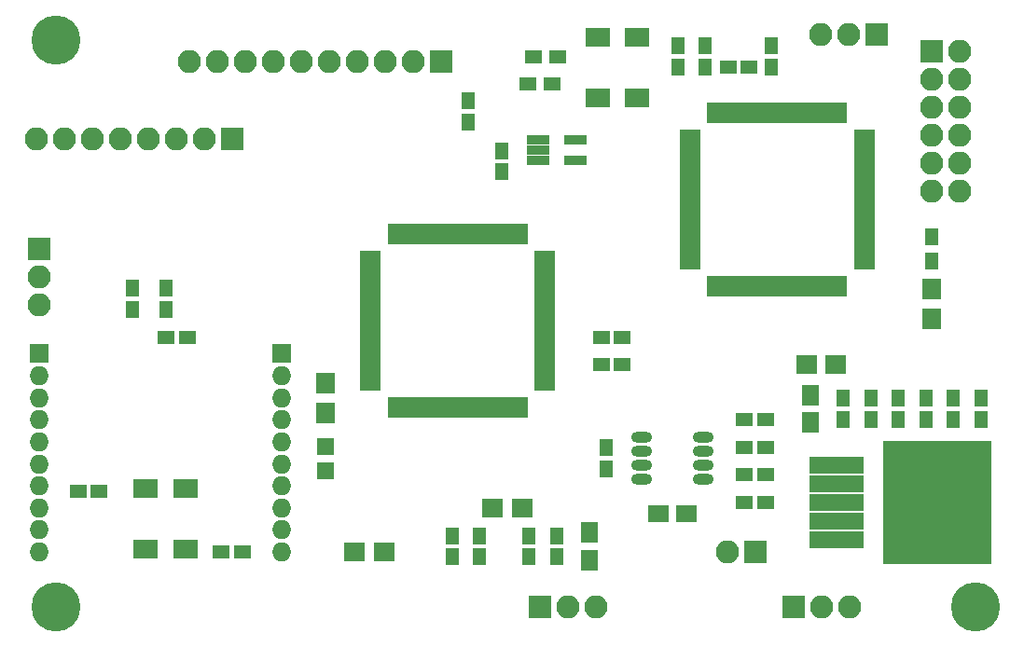
<source format=gbr>
G04 #@! TF.FileFunction,Soldermask,Top*
%FSLAX46Y46*%
G04 Gerber Fmt 4.6, Leading zero omitted, Abs format (unit mm)*
G04 Created by KiCad (PCBNEW 4.0.5) date 04/17/17 10:09:57*
%MOMM*%
%LPD*%
G01*
G04 APERTURE LIST*
%ADD10C,0.100000*%
%ADD11C,4.464000*%
%ADD12R,1.900000X0.680000*%
%ADD13R,0.680000X1.900000*%
%ADD14R,1.150000X1.600000*%
%ADD15R,1.650000X1.900000*%
%ADD16R,1.900000X1.650000*%
%ADD17R,1.600000X1.150000*%
%ADD18R,1.750000X1.750000*%
%ADD19O,1.750000X1.750000*%
%ADD20R,2.100000X2.100000*%
%ADD21O,2.100000X2.100000*%
%ADD22R,1.900000X1.700000*%
%ADD23R,1.600000X1.300000*%
%ADD24R,1.700000X1.900000*%
%ADD25R,1.300000X1.600000*%
%ADD26O,1.873200X1.009600*%
%ADD27R,5.000000X1.500000*%
%ADD28R,9.800000X11.200000*%
%ADD29R,2.299920X1.700480*%
%ADD30R,2.100000X0.850000*%
%ADD31R,1.600000X1.600000*%
G04 APERTURE END LIST*
D10*
D11*
X205000000Y-143500000D03*
X121500000Y-143500000D03*
X121500000Y-92000000D03*
D12*
X150100000Y-111500000D03*
X150100000Y-112000000D03*
X150100000Y-112500000D03*
X150100000Y-113000000D03*
X150100000Y-113500000D03*
X150100000Y-114000000D03*
X150100000Y-114500000D03*
X150100000Y-115000000D03*
X150100000Y-115500000D03*
X150100000Y-116000000D03*
X150100000Y-116500000D03*
X150100000Y-117000000D03*
X150100000Y-117500000D03*
X150100000Y-118000000D03*
X150100000Y-118500000D03*
X150100000Y-119000000D03*
X150100000Y-119500000D03*
X150100000Y-120000000D03*
X150100000Y-120500000D03*
X150100000Y-121000000D03*
X150100000Y-121500000D03*
X150100000Y-122000000D03*
X150100000Y-122500000D03*
X150100000Y-123000000D03*
X150100000Y-123500000D03*
D13*
X152000000Y-125400000D03*
X152500000Y-125400000D03*
X153000000Y-125400000D03*
X153500000Y-125400000D03*
X154000000Y-125400000D03*
X154500000Y-125400000D03*
X155000000Y-125400000D03*
X155500000Y-125400000D03*
X156000000Y-125400000D03*
X156500000Y-125400000D03*
X157000000Y-125400000D03*
X157500000Y-125400000D03*
X158000000Y-125400000D03*
X158500000Y-125400000D03*
X159000000Y-125400000D03*
X159500000Y-125400000D03*
X160000000Y-125400000D03*
X160500000Y-125400000D03*
X161000000Y-125400000D03*
X161500000Y-125400000D03*
X162000000Y-125400000D03*
X162500000Y-125400000D03*
X163000000Y-125400000D03*
X163500000Y-125400000D03*
X164000000Y-125400000D03*
D12*
X165900000Y-123500000D03*
X165900000Y-123000000D03*
X165900000Y-122500000D03*
X165900000Y-122000000D03*
X165900000Y-121500000D03*
X165900000Y-121000000D03*
X165900000Y-120500000D03*
X165900000Y-120000000D03*
X165900000Y-119500000D03*
X165900000Y-119000000D03*
X165900000Y-118500000D03*
X165900000Y-118000000D03*
X165900000Y-117500000D03*
X165900000Y-117000000D03*
X165900000Y-116500000D03*
X165900000Y-116000000D03*
X165900000Y-115500000D03*
X165900000Y-115000000D03*
X165900000Y-114500000D03*
X165900000Y-114000000D03*
X165900000Y-113500000D03*
X165900000Y-113000000D03*
X165900000Y-112500000D03*
X165900000Y-112000000D03*
X165900000Y-111500000D03*
D13*
X164000000Y-109600000D03*
X163500000Y-109600000D03*
X163000000Y-109600000D03*
X162500000Y-109600000D03*
X162000000Y-109600000D03*
X161500000Y-109600000D03*
X161000000Y-109600000D03*
X160500000Y-109600000D03*
X160000000Y-109600000D03*
X159500000Y-109600000D03*
X159000000Y-109600000D03*
X158500000Y-109600000D03*
X158000000Y-109600000D03*
X157500000Y-109600000D03*
X157000000Y-109600000D03*
X156500000Y-109600000D03*
X156000000Y-109600000D03*
X155500000Y-109600000D03*
X155000000Y-109600000D03*
X154500000Y-109600000D03*
X154000000Y-109600000D03*
X153500000Y-109600000D03*
X153000000Y-109600000D03*
X152500000Y-109600000D03*
X152000000Y-109600000D03*
D14*
X171500000Y-130950000D03*
X171500000Y-129050000D03*
D15*
X190000000Y-124250000D03*
X190000000Y-126750000D03*
D16*
X178750000Y-135000000D03*
X176250000Y-135000000D03*
D14*
X186500000Y-94450000D03*
X186500000Y-92550000D03*
X180500000Y-94450000D03*
X180500000Y-92550000D03*
X178000000Y-94450000D03*
X178000000Y-92550000D03*
X157500000Y-137050000D03*
X157500000Y-138950000D03*
X160000000Y-137050000D03*
X160000000Y-138950000D03*
X164500000Y-137050000D03*
X164500000Y-138950000D03*
X167000000Y-137050000D03*
X167000000Y-138950000D03*
D15*
X170000000Y-136750000D03*
X170000000Y-139250000D03*
D14*
X131500000Y-116450000D03*
X131500000Y-114550000D03*
X128500000Y-116450000D03*
X128500000Y-114550000D03*
D17*
X184050000Y-131500000D03*
X185950000Y-131500000D03*
X184050000Y-129000000D03*
X185950000Y-129000000D03*
X184050000Y-126500000D03*
X185950000Y-126500000D03*
X184050000Y-134000000D03*
X185950000Y-134000000D03*
D14*
X195500000Y-124550000D03*
X195500000Y-126450000D03*
X193000000Y-124550000D03*
X193000000Y-126450000D03*
D17*
X172950000Y-121500000D03*
X171050000Y-121500000D03*
X172950000Y-119000000D03*
X171050000Y-119000000D03*
D14*
X200500000Y-124550000D03*
X200500000Y-126450000D03*
X198000000Y-124550000D03*
X198000000Y-126450000D03*
X205500000Y-124550000D03*
X205500000Y-126450000D03*
X203000000Y-124550000D03*
X203000000Y-126450000D03*
D17*
X184450000Y-94500000D03*
X182550000Y-94500000D03*
X133450000Y-119000000D03*
X131550000Y-119000000D03*
D18*
X120000000Y-120500000D03*
D19*
X120000000Y-122500000D03*
X120000000Y-124500000D03*
X120000000Y-126500000D03*
X120000000Y-128500000D03*
X120000000Y-130500000D03*
X120000000Y-132500000D03*
X120000000Y-134500000D03*
X120000000Y-136500000D03*
X120000000Y-138500000D03*
D18*
X142000000Y-120500000D03*
D19*
X142000000Y-122500000D03*
X142000000Y-124500000D03*
X142000000Y-126500000D03*
X142000000Y-128500000D03*
X142000000Y-130500000D03*
X142000000Y-132500000D03*
X142000000Y-134500000D03*
X142000000Y-136500000D03*
X142000000Y-138500000D03*
D20*
X137500000Y-101000000D03*
D21*
X134960000Y-101000000D03*
X132420000Y-101000000D03*
X129880000Y-101000000D03*
X127340000Y-101000000D03*
X124800000Y-101000000D03*
X122260000Y-101000000D03*
X119720000Y-101000000D03*
D20*
X156500000Y-94000000D03*
D21*
X153960000Y-94000000D03*
X151420000Y-94000000D03*
X148880000Y-94000000D03*
X146340000Y-94000000D03*
X143800000Y-94000000D03*
X141260000Y-94000000D03*
X138720000Y-94000000D03*
X136180000Y-94000000D03*
X133640000Y-94000000D03*
D20*
X120000000Y-111000000D03*
D21*
X120000000Y-113540000D03*
X120000000Y-116080000D03*
D22*
X163850000Y-134500000D03*
X161150000Y-134500000D03*
D23*
X164400000Y-96000000D03*
X166600000Y-96000000D03*
D24*
X146000000Y-123150000D03*
X146000000Y-125850000D03*
D23*
X164900000Y-93500000D03*
X167100000Y-93500000D03*
D22*
X151350000Y-138500000D03*
X148650000Y-138500000D03*
X192350000Y-121500000D03*
X189650000Y-121500000D03*
D25*
X201000000Y-109900000D03*
X201000000Y-112100000D03*
D24*
X201000000Y-117350000D03*
X201000000Y-114650000D03*
D26*
X174706000Y-128095000D03*
X174706000Y-129365000D03*
X174706000Y-130635000D03*
X174706000Y-131905000D03*
X180294000Y-131905000D03*
X180294000Y-130635000D03*
X180294000Y-129365000D03*
X180294000Y-128095000D03*
D27*
X192420000Y-137400000D03*
X192420000Y-135700000D03*
X192420000Y-132300000D03*
D28*
X201580000Y-134000000D03*
D27*
X192420000Y-134000000D03*
X192420000Y-130600000D03*
D12*
X179100000Y-100500000D03*
X179100000Y-101000000D03*
X179100000Y-101500000D03*
X179100000Y-102000000D03*
X179100000Y-102500000D03*
X179100000Y-103000000D03*
X179100000Y-103500000D03*
X179100000Y-104000000D03*
X179100000Y-104500000D03*
X179100000Y-105000000D03*
X179100000Y-105500000D03*
X179100000Y-106000000D03*
X179100000Y-106500000D03*
X179100000Y-107000000D03*
X179100000Y-107500000D03*
X179100000Y-108000000D03*
X179100000Y-108500000D03*
X179100000Y-109000000D03*
X179100000Y-109500000D03*
X179100000Y-110000000D03*
X179100000Y-110500000D03*
X179100000Y-111000000D03*
X179100000Y-111500000D03*
X179100000Y-112000000D03*
X179100000Y-112500000D03*
D13*
X181000000Y-114400000D03*
X181500000Y-114400000D03*
X182000000Y-114400000D03*
X182500000Y-114400000D03*
X183000000Y-114400000D03*
X183500000Y-114400000D03*
X184000000Y-114400000D03*
X184500000Y-114400000D03*
X185000000Y-114400000D03*
X185500000Y-114400000D03*
X186000000Y-114400000D03*
X186500000Y-114400000D03*
X187000000Y-114400000D03*
X187500000Y-114400000D03*
X188000000Y-114400000D03*
X188500000Y-114400000D03*
X189000000Y-114400000D03*
X189500000Y-114400000D03*
X190000000Y-114400000D03*
X190500000Y-114400000D03*
X191000000Y-114400000D03*
X191500000Y-114400000D03*
X192000000Y-114400000D03*
X192500000Y-114400000D03*
X193000000Y-114400000D03*
D12*
X194900000Y-112500000D03*
X194900000Y-112000000D03*
X194900000Y-111500000D03*
X194900000Y-111000000D03*
X194900000Y-110500000D03*
X194900000Y-110000000D03*
X194900000Y-109500000D03*
X194900000Y-109000000D03*
X194900000Y-108500000D03*
X194900000Y-108000000D03*
X194900000Y-107500000D03*
X194900000Y-107000000D03*
X194900000Y-106500000D03*
X194900000Y-106000000D03*
X194900000Y-105500000D03*
X194900000Y-105000000D03*
X194900000Y-104500000D03*
X194900000Y-104000000D03*
X194900000Y-103500000D03*
X194900000Y-103000000D03*
X194900000Y-102500000D03*
X194900000Y-102000000D03*
X194900000Y-101500000D03*
X194900000Y-101000000D03*
X194900000Y-100500000D03*
D13*
X193000000Y-98600000D03*
X192500000Y-98600000D03*
X192000000Y-98600000D03*
X191500000Y-98600000D03*
X191000000Y-98600000D03*
X190500000Y-98600000D03*
X190000000Y-98600000D03*
X189500000Y-98600000D03*
X189000000Y-98600000D03*
X188500000Y-98600000D03*
X188000000Y-98600000D03*
X187500000Y-98600000D03*
X187000000Y-98600000D03*
X186500000Y-98600000D03*
X186000000Y-98600000D03*
X185500000Y-98600000D03*
X185000000Y-98600000D03*
X184500000Y-98600000D03*
X184000000Y-98600000D03*
X183500000Y-98600000D03*
X183000000Y-98600000D03*
X182500000Y-98600000D03*
X182000000Y-98600000D03*
X181500000Y-98600000D03*
X181000000Y-98600000D03*
D29*
X174300860Y-91749180D03*
X174300860Y-97250820D03*
X170699140Y-97250820D03*
X170701680Y-91749180D03*
D17*
X136550000Y-138500000D03*
X138450000Y-138500000D03*
X125450000Y-133000000D03*
X123550000Y-133000000D03*
D14*
X159000000Y-99450000D03*
X159000000Y-97550000D03*
X162000000Y-103950000D03*
X162000000Y-102050000D03*
D29*
X129699140Y-138250820D03*
X129699140Y-132749180D03*
X133300860Y-132749180D03*
X133298320Y-138250820D03*
D30*
X165300000Y-101050000D03*
X168700000Y-101050000D03*
X165300000Y-102000000D03*
X165300000Y-102950000D03*
X168700000Y-102950000D03*
D31*
X146000000Y-128900000D03*
X146000000Y-131100000D03*
D20*
X185000000Y-138500000D03*
D21*
X182460000Y-138500000D03*
D20*
X201000000Y-93000000D03*
D21*
X203540000Y-93000000D03*
X201000000Y-95540000D03*
X203540000Y-95540000D03*
X201000000Y-98080000D03*
X203540000Y-98080000D03*
X201000000Y-100620000D03*
X203540000Y-100620000D03*
X201000000Y-103160000D03*
X203540000Y-103160000D03*
X201000000Y-105700000D03*
X203540000Y-105700000D03*
D20*
X196000000Y-91500000D03*
D21*
X193460000Y-91500000D03*
X190920000Y-91500000D03*
D20*
X188500000Y-143500000D03*
D21*
X191040000Y-143500000D03*
X193580000Y-143500000D03*
D20*
X165500000Y-143500000D03*
D21*
X168040000Y-143500000D03*
X170580000Y-143500000D03*
M02*

</source>
